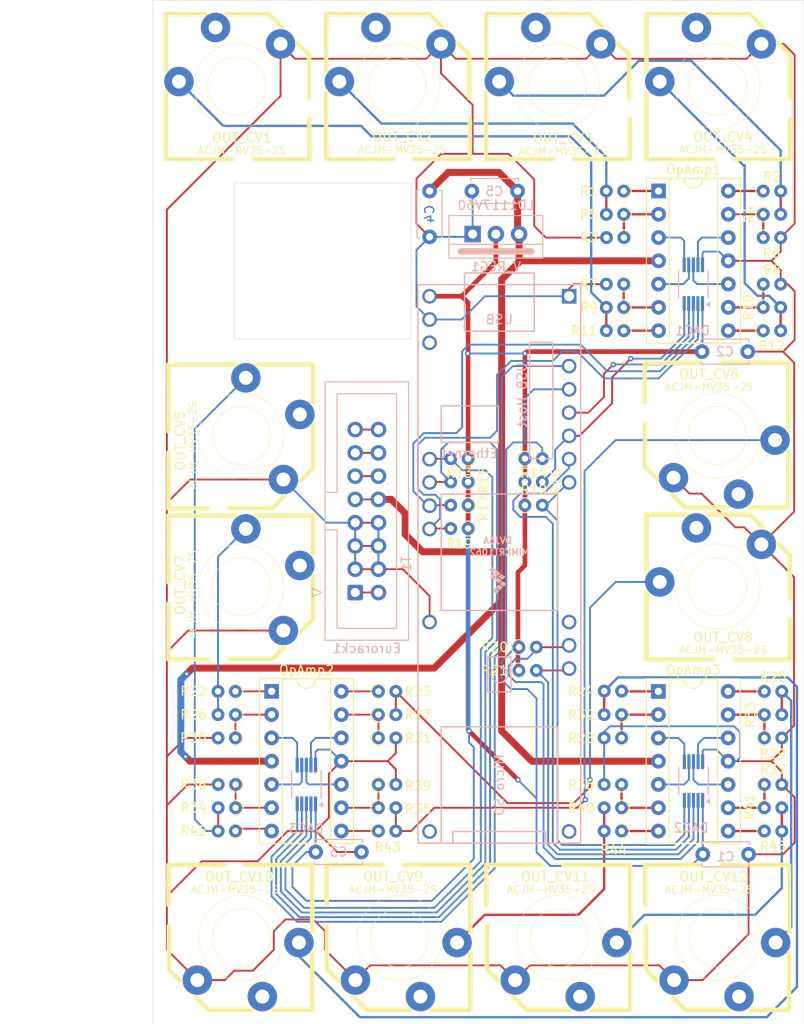
<source format=kicad_pcb>
(kicad_pcb (version 20240108) (generator "pcbnew") (generator_version "8.0")
  (layers (0 "F.Cu" signal) (31 "B.Cu" signal) (34 "B.Paste" user) (35 "F.Paste" user) (36 "B.SilkS" user "B.Silkscreen") (37 "F.SilkS" user "F.Silkscreen") (38 "B.Mask" user) (39 "F.Mask" user) (44 "Edge.Cuts" user))
  (net 0 "")
  (net 1 "+12V")
  (net 2 "GND")
  (net 3 "VCC")
  (net 4 "/BOODOO_BOARD/RDY_~{BSY}")
  (net 5 "/BOODOO_BOARD/DAC1")
  (net 6 "/BOODOO_BOARD/~{LDAC}")
  (net 7 "/BOODOO_BOARD/DAC4")
  (net 8 "/BOODOO_BOARD/DAC3")
  (net 9 "/BOODOO_BOARD/DAC2")
  (net 10 "/BOODOO_BOARD/SCL")
  (net 11 "/BOODOO_BOARD/SDA")
  (net 12 "/BOODOO_BOARD1/DAC4")
  (net 13 "/BOODOO_BOARD1/DAC2")
  (net 14 "/BOODOO_BOARD1/RDY_~{BSY}")
  (net 15 "/BOODOO_BOARD1/DAC3")
  (net 16 "/BOODOO_BOARD1/SCL")
  (net 17 "/BOODOO_BOARD1/~{LDAC}")
  (net 18 "/BOODOO_BOARD1/SDA")
  (net 19 "/BOODOO_BOARD1/DAC1")
  (net 20 "Net-(Eurorack1-Pin_13)")
  (net 21 "RED_STRIP")
  (net 22 "Net-(Eurorack1-Pin_11)")
  (net 23 "Net-(Eurorack1-Pin_15)")
  (net 24 "Net-(OpAmp1D--)")
  (net 25 "Net-(OpAmp1C--)")
  (net 26 "Net-(OpAmp1A--)")
  (net 27 "Net-(OpAmp1B--)")
  (net 28 "Net-(OpAmp1-Pad7)")
  (net 29 "Net-(OpAmp1-Pad14)")
  (net 30 "Net-(OpAmp1-Pad1)")
  (net 31 "Net-(OpAmp1-Pad8)")
  (net 32 "/BOODOO_BOARD2/DAC1")
  (net 33 "/BOODOO_BOARD2/SDA")
  (net 34 "/BOODOO_BOARD2/DAC3")
  (net 35 "/BOODOO_BOARD2/DAC4")
  (net 36 "/BOODOO_BOARD2/SCL")
  (net 37 "/BOODOO_BOARD2/RDY_~{BSY}")
  (net 38 "/BOODOO_BOARD2/DAC2")
  (net 39 "/BOODOO_BOARD2/~{LDAC}")
  (net 40 "Net-(OpAmp3D--)")
  (net 41 "Net-(OpAmp3-Pad1)")
  (net 43 "Net-(OpAmp3B--)")
  (net 47 "Net-(OpAmp3A--)")
  (net 48 "Net-(OpAmp3-Pad7)")
  (net 49 "Net-(OpAmp3-Pad14)")
  (net 50 "Net-(OpAmp3C--)")
  (net 51 "Net-(OpAmp3-Pad8)")
  (net 53 "/BOODOO_BOARD/CV_2")
  (net 54 "/BOODOO_BOARD/CV_3")
  (net 57 "Net-(OpAmp2A--)")
  (net 58 "Net-(OpAmp2-Pad8)")
  (net 59 "Net-(OpAmp2C--)")
  (net 60 "Net-(OpAmp2D--)")
  (net 61 "Net-(OpAmp2-Pad1)")
  (net 62 "Net-(OpAmp2-Pad14)")
  (net 63 "Net-(OpAmp2-Pad7)")
  (net 64 "Net-(OpAmp2B--)")
  (net 65 "/BOODOO_BOARD/CV_4")
  (net 67 "/BOODOO_BOARD1/CV_1")
  (net 69 "/BOODOO_BOARD1/CV_2")
  (net 70 "/BOODOO_BOARD1/CV_3")
  (net 72 "/BOODOO_BOARD1/CV_4")
  (net 74 "/BOODOO_BOARD2/CV_1")
  (net 77 "/BOODOO_BOARD2/CV_2")
  (net 78 "/BOODOO_BOARD2/CV_3")
  (net 81 "/BOODOO_BOARD2/CV_4")
  (net 83 "/BOODOO_BOARD/CV_1")
  (footprint "Resistor_THT:R_Axial_DIN0204_L3.6mm_D1.6mm_P1.90mm_Vertical" (layer "F.Cu") (at 66.68 36.068)
    (property "Reference" "R12")
    (property "Value" "1k")
  )
  (footprint "Resistor_THT:R_Axial_DIN0204_L3.6mm_D1.6mm_P1.90mm_Vertical" (layer "F.Cu") (at 24.638 90.678)
    (property "Reference" "R43")
    (property "Value" "1k")
  )
  (footprint "Resistor_THT:R_Axial_DIN0204_L3.6mm_D1.6mm_P1.90mm_Vertical" (layer "F.Cu") (at 66.68 25.908)
    (property "Reference" "R6")
    (property "Value" "47k")
  )
  (footprint "Package_DIP:DIP-14_W7.62mm_Socket" (layer "F.Cu") (at 55.24 20.823)
    (property "Reference" "OpAmp1")
    (property "Value" "TL074")
  )
  (footprint "PCM_4ms_Jack:ACJM-MV35-2S_Mono_Vert_Switch" (layer "F.Cu") (at 61.672 9.374 180)
    (property "Reference" "OUT_CV4")
    (property "Value" "ACJM-MV35-2S")
  )
  (footprint "Resistor_THT:R_Axial_DIN0204_L3.6mm_D1.6mm_P1.90mm_Vertical" (layer "F.Cu") (at 51.451 25.908 180)
    (property "Reference" "R3")
    (property "Value" "47k")
  )
  (footprint "Resistor_THT:R_Axial_DIN0204_L3.6mm_D1.6mm_P1.90mm_Vertical" (layer "F.Cu") (at 40.64 50.038)
    (property "Reference" "R14")
    (property "Value" "100k")
  )
  (footprint "Resistor_THT:R_Axial_DIN0204_L3.6mm_D1.6mm_P1.90mm_Vertical" (layer "F.Cu") (at 51.43 20.828 180)
    (property "Reference" "R1")
    (property "Value" "1k")
  )
  (footprint "Resistor_THT:R_Axial_DIN0204_L3.6mm_D1.6mm_P1.90mm_Vertical" (layer "F.Cu") (at 9.012 77.978 180)
    (property "Reference" "R26")
    (property "Value" "47k")
  )
  (footprint "Resistor_THT:R_Axial_DIN0204_L3.6mm_D1.6mm_P1.90mm_Vertical" (layer "F.Cu") (at 9.033 85.598 180)
    (property "Reference" "R38")
    (property "Value" "47k")
  )
  (footprint "Resistor_THT:R_Axial_DIN0204_L3.6mm_D1.6mm_P1.90mm_Vertical" (layer "F.Cu") (at 40.64 52.578)
    (property "Reference" "R16")
    (property "Value" "100k")
  )
  (footprint "Resistor_THT:R_Axial_DIN0204_L3.6mm_D1.6mm_P1.90mm_Vertical" (layer "F.Cu") (at 51.197 77.978 180)
    (property "Reference" "R32")
    (property "Value" "47k")
  )
  (footprint "Package_DIP:DIP-14_W7.62mm_Socket" (layer "F.Cu") (at 55.219 75.438)
    (property "Reference" "OpAmp3")
    (property "Value" "TL074")
  )
  (footprint "PCM_4ms_Jack:ACJM-MV35-2S_Mono_Vert_Switch" (layer "F.Cu") (at 9.652 63.994 90)
    (property "Reference" "OUT_CV7")
    (property "Value" "ACJM-MV35-2S")
  )
  (footprint "Resistor_THT:R_Axial_DIN0204_L3.6mm_D1.6mm_P1.90mm_Vertical" (layer "F.Cu") (at 40.64 55.118)
    (property "Reference" "R18")
    (property "Value" "100k")
  )
  (footprint "PCM_4ms_Jack:ACJM-MV35-2S_Mono_Vert_Switch" (layer "F.Cu") (at 61.672 47.512)
    (property "Reference" "OUT_CV6")
    (property "Value" "ACJM-MV35-2S")
  )
  (footprint "PCM_4ms_Jack:ACJM-MV35-2S_Mono_Vert_Switch" (layer "F.Cu") (at 44.136 9.374 180)
    (property "Reference" "OUT_CV3")
    (property "Value" "ACJM-MV35-2S")
  )
  (footprint "Resistor_THT:R_Axial_DIN0204_L3.6mm_D1.6mm_P1.90mm_Vertical" (layer "F.Cu") (at 34.433 52.578 180)
    (property "Reference" "R15")
    (property "Value" "10k")
  )
  (footprint "Resistor_THT:R_Axial_DIN0204_L3.6mm_D1.6mm_P1.90mm_Vertical" (layer "F.Cu") (at 51.43 23.368 180)
    (property "Reference" "R5")
    (property "Value" "47k")
  )
  (footprint "Resistor_THT:R_Axial_DIN0204_L3.6mm_D1.6mm_P1.90mm_Vertical" (layer "F.Cu") (at 9.033 88.138 180)
    (property "Reference" "R34")
    (property "Value" "47k")
  )
  (footprint "PCM_4ms_Jack:ACJM-MV35-2S_Mono_Vert_Switch" (layer "F.Cu") (at 61.672 63.994 180)
    (property "Reference" "OUT_CV8")
    (property "Value" "ACJM-MV35-2S")
  )
  (footprint "PCM_4ms_Jack:ACJM-MV35-2S_Mono_Vert_Switch" (layer "F.Cu") (at 9.652 102.348)
    (property "Reference" "OUT_CV10")
    (property "Value" "ACJM-MV35-2S")
  )
  (footprint "Resistor_THT:R_Axial_DIN0204_L3.6mm_D1.6mm_P1.90mm_Vertical" (layer "F.Cu") (at 24.638 80.518)
    (property "Reference" "R31")
    (property "Value" "47k")
  )
  (footprint "Resistor_THT:R_Axial_DIN0204_L3.6mm_D1.6mm_P1.90mm_Vertical" (layer "F.Cu") (at 34.433 55.118 180)
    (property "Reference" "R17")
    (property "Value" "10k")
  )
  (footprint "Resistor_THT:R_Axial_DIN0204_L3.6mm_D1.6mm_P1.90mm_Vertical" (layer "F.Cu") (at 51.197 85.598 180)
    (property "Reference" "R36")
    (property "Value" "47k")
  )
  (footprint "Resistor_THT:R_Axial_DIN0204_L3.6mm_D1.6mm_P1.90mm_Vertical" (layer "F.Cu") (at 51.197 80.518 180)
    (property "Reference" "R28")
    (property "Value" "47k")
  )
  (footprint "Resistor_THT:R_Axial_DIN0204_L3.6mm_D1.6mm_P1.90mm_Vertical" (layer "F.Cu") (at 66.68 20.828)
    (property "Reference" "R2")
    (property "Value" "1k")
  )
  (footprint "Resistor_THT:R_Axial_DIN0204_L3.6mm_D1.6mm_P1.90mm_Vertical" (layer "F.Cu") (at 66.68 23.368)
    (property "Reference" "R4")
    (property "Value" "47k")
  )
  (footprint "PCM_4ms_Jack:ACJM-MV35-2S_Mono_Vert_Switch" (layer "F.Cu") (at 26.924 102.348)
    (property "Reference" "OUT_CV9")
    (property "Value" "ACJM-MV35-2S")
  )
  (footprint "Resistor_THT:R_Axial_DIN0204_L3.6mm_D1.6mm_P1.90mm_Vertical" (layer "F.Cu") (at 51.43 36.068 180)
    (property "Reference" "R11")
    (property "Value" "1k")
  )
  (footprint "Resistor_THT:R_Axial_DIN0204_L3.6mm_D1.6mm_P1.90mm_Vertical" (layer "F.Cu") (at 66.802 90.678)
    (property "Reference" "R45")
    (property "Value" "1k")
  )
  (footprint "Resistor_THT:R_Axial_DIN0204_L3.6mm_D1.6mm_P1.90mm_Vertical" (layer "F.Cu") (at 66.802 85.598)
    (property "Reference" "R37")
    (property "Value" "47k")
  )
  (footprint "Resistor_THT:R_Axial_DIN0204_L3.6mm_D1.6mm_P1.90mm_Vertical" (layer "F.Cu") (at 66.68 33.528)
    (property "Reference" "R10")
    (property "Value" "47k")
  )
  (footprint "Resistor_THT:R_Axial_DIN0204_L3.6mm_D1.6mm_P1.90mm_Vertical" (layer "F.Cu") (at 66.68 30.988)
    (property "Reference" "R8")
    (property "Value" "47k")
  )
  (footprint "Resistor_THT:R_Axial_DIN0204_L3.6mm_D1.6mm_P1.90mm_Vertical" (layer "F.Cu") (at 51.197 90.678 180)
    (property "Reference" "R44")
    (property "Value" "1k")
  )
  (footprint "Resistor_THT:R_Axial_DIN0204_L3.6mm_D1.6mm_P1.90mm_Vertical" (layer "F.Cu") (at 24.638 77.978)
    (property "Reference" "R27")
    (property "Value" "47k")
  )
  (footprint "PCM_4ms_Jack:ACJM-MV35-2S_Mono_Vert_Switch" (layer "F.Cu") (at 61.732 102.348)
    (property "Reference" "OUT_CV12")
    (property "Value" "ACJM-MV35-2S")
  )
  (footprint "PCM_4ms_Jack:ACJM-MV35-2S_Mono_Vert_Switch" (layer "F.Cu") (at 44.376 102.348)
    (property "Reference" "OUT_CV11")
    (property "Value" "ACJM-MV35-2S")
  )
  (footprint "Resistor_THT:R_Axial_DIN0204_L3.6mm_D1.6mm_P1.90mm_Vertical" (layer "F.Cu") (at 9.012 75.438 180)
    (property "Reference" "R22")
    (property "Value" "1k")
  )
  (footprint "PCM_4ms_Jack:ACJM-MV35-2S_Mono_Vert_Switch" (layer "F.Cu") (at 9.652 47.512 90)
    (property "Reference" "OUT_CV5")
    (property "Value" "ACJM-MV35-2S")
  )
  (footprint "Resistor_THT:R_Axial_DIN0204_L3.6mm_D1.6mm_P1.90mm_Vertical" (layer "F.Cu") (at 24.638 75.438)
    (property "Reference" "R23")
    (property "Value" "1k")
  )
  (footprint "Resistor_THT:R_Axial_DIN0204_L3.6mm_D1.6mm_P1.90mm_Vertical" (layer "F.Cu") (at 39.9862 73.152)
    (property "Reference" "R21")
    (property "Value" "10k")
  )
  (footprint "Resistor_THT:R_Axial_DIN0204_L3.6mm_D1.6mm_P1.90mm_Vertical" (layer "F.Cu") (at 51.43 33.528 180)
    (property "Reference" "R9")
    (property "Value" "47k")
  )
  (footprint "PCM_4ms_Jack:ACJM-MV35-2S_Mono_Vert_Switch" (layer "F.Cu") (at 9.144 9.374 180)
    (property "Reference" "OUT_CV1")
    (property "Value" "ACJM-MV35-2S")
  )
  (footprint "Resistor_THT:R_Axial_DIN0204_L3.6mm_D1.6mm_P1.90mm_Vertical" (layer "F.Cu") (at 66.802 75.438)
    (property "Reference" "R25")
    (property "Value" "1k")
  )
  (footprint "Resistor_THT:R_Axial_DIN0204_L3.6mm_D1.6mm_P1.90mm_Vertical" (layer "F.Cu") (at 51.2064 75.402 180)
    (property "Reference" "R24")
    (property "Value" "1k")
  )
  (footprint "Package_DIP:DIP-14_W7.62mm_Socket" (layer "F.Cu") (at 12.964 75.433)
    (property "Reference" "OpAmp2")
    (property "Value" "TL074")
  )
  (footprint "Resistor_THT:R_Axial_DIN0204_L3.6mm_D1.6mm_P1.90mm_Vertical" (layer "F.Cu") (at 34.433 57.658 180)
    (property "Reference" "R19")
    (property "Value" "10k")
  )
  (footprint "Resistor_THT:R_Axial_DIN0204_L3.6mm_D1.6mm_P1.90mm_Vertical" (layer "F.Cu") (at 51.43 30.988 180)
    (property "Reference" "R7")
    (property "Value" "47k")
  )
  (footprint "Resistor_THT:R_Axial_DIN0204_L3.6mm_D1.6mm_P1.90mm_Vertical" (layer "F.Cu") (at 66.802 77.978)
    (property "Reference" "R33")
    (property "Value" "47k")
  )
  (footprint "Resistor_THT:R_Axial_DIN0204_L3.6mm_D1.6mm_P1.90mm_Vertical" (layer "F.Cu") (at 51.197 88.138 180)
    (property "Reference" "R40")
    (property "Value" "47k")
  )
  (footprint "Resistor_THT:R_Axial_DIN0204_L3.6mm_D1.6mm_P1.90mm_Vertical" (layer "F.Cu") (at 9.012 80.518 180)
    (property "Reference" "R30")
    (property "Value" "47k")
  )
  (footprint "Resistor_THT:R_Axial_DIN0204_L3.6mm_D1.6mm_P1.90mm_Vertical" (layer "F.Cu") (at 9.017 90.678 180)
    (property "Reference" "R42")
    (property "Value" "1k")
  )
  (footprint "PCM_4ms_Jack:ACJM-MV35-2S_Mono_Vert_Switch" (layer "F.Cu") (at 26.67 9.374 180)
    (property "Reference" "OUT_CV2")
    (property "Value" "ACJM-MV35-2S")
  )
  (footprint "Resistor_THT:R_Axial_DIN0204_L3.6mm_D1.6mm_P1.90mm_Vertical" (layer "F.Cu") (at 24.638 88.138)
    (property "Reference" "R35")
    (property "Value" "47k")
  )
  (footprint "Resistor_THT:R_Axial_DIN0204_L3.6mm_D1.6mm_P1.90mm_Vertical" (layer "F.Cu") (at 39.9862 70.612)
    (property "Reference" "R20")
    (property "Value" "10k")
  )
  (footprint "Resistor_THT:R_Axial_DIN0204_L3.6mm_D1.6mm_P1.90mm_Vertical" (layer "F.Cu") (at 66.802 88.138)
    (property "Reference" "R41")
    (property "Value" "47k")
  )
  (footprint "Resistor_THT:R_Axial_DIN0204_L3.6mm_D1.6mm_P1.90mm_Vertical" (layer "F.Cu") (at 24.638 85.598)
    (property "Reference" "R39")
    (property "Value" "47k")
  )
  (footprint "Resistor_THT:R_Axial_DIN0204_L3.6mm_D1.6mm_P1.90mm_Vertical" (layer "F.Cu") (at 66.802 80.518)
    (property "Reference" "R29")
    (property "Value" "47k")
  )
  (footprint "Resistor_THT:R_Axial_DIN0204_L3.6mm_D1.6mm_P1.90mm_Vertical" (layer "F.Cu") (at 34.433 50.038 180)
    (property "Reference" "R13")
    (property "Value" "10k")
  )
  (footprint "Package_SO:MSOP-10_3x3mm_P0.5mm" (layer "B.Cu") (at 59.055 85.217 90)
    (property "Reference" "DAC2")
    (property "Value" "MCP4728")
  )
  (footprint "Connector_IDC:IDC-Header_2x08_P2.54mm_Vertical" (layer "B.Cu") (at 22.098 64.643)
    (property "Reference" "Eurorack1")
    (property "Value" "~")
  )
  (footprint "Capacitor_THT:C_Disc_D5.0mm_W2.5mm_P5.00mm" (layer "B.Cu") (at 30.226 20.828 -90)
    (property "Reference" "C4")
    (property "Value" "1uf")
  )
  (footprint "Package_SO:MSOP-10_3x3mm_P0.5mm" (layer "B.Cu") (at 16.764 85.598 90)
    (property "Reference" "DAC3")
    (property "Value" "MCP4728")
  )
  (footprint "PCM_4ms_Package_TO:TO-220-3_Vertical" (layer "B.Cu") (at 37.465 25.527)
    (property "Reference" "V_REG1")
    (property "Value" "LD1117V50")
  )
  (footprint "Capacitor_THT:C_Disc_D5.0mm_W2.5mm_P5.00mm" (layer "B.Cu") (at 60.071 93.218)
    (property "Reference" "C1")
    (property "Value" "0.1uf")
  )
  (footprint "Capacitor_THT:C_Disc_D5.0mm_W2.5mm_P5.00mm" (layer "B.Cu") (at 39.838 20.828 180)
    (property "Reference" "C5")
    (property "Value" "0.1uf")
  )
  (footprint "Capacitor_THT:C_Disc_D5.0mm_W2.5mm_P5.00mm" (layer "B.Cu") (at 59.984 38.354)
    (property "Reference" "C2")
    (property "Value" "0.1uf")
  )
  (footprint "Capacitor_THT:C_Disc_D5.0mm_W2.5mm_P5.00mm" (layer "B.Cu") (at 17.78 92.964)
    (property "Reference" "C3")
    (property "Value" "0.1uf")
  )
  (footprint "Package_SO:MSOP-10_3x3mm_P0.5mm" (layer "B.Cu") (at 59.04 30.988 90)
    (property "Reference" "DAC1")
    (property "Value" "MCP4728")
  )
  (footprint "teensy.pretty-master:Teensy41" (layer "B.Cu") (at 37.846 61.5188 -90)
    (property "Reference" "T1")
    (property "Value" "Teensy4.1")
  )
  (gr_rect (start 0 0) (end 71.12 111.76) (stroke (width 0.05)) (fill none) (layer "Edge.Cuts"))
  (gr_rect (start 8.89 19.939) (end 28.194 36.957) (stroke (width 0.05)) (fill none) (layer "Edge.Cuts"))
  (segment (start 3.556 82.55) (end 4.059 83.053) (width 0.762) (layer "F.Cu") (net 1))
  (segment (start 27.559 58.293) (end 27.559 56.007) (width 0.762) (layer "F.Cu") (net 1))
  (segment (start 39.838 20.828) (end 37.806 18.796) (width 0.762) (layer "F.Cu") (net 1))
  (segment (start 26.035 54.483) (end 24.638 54.483) (width 0.762) (layer "F.Cu") (net 1))
  (segment (start 29.464 60.198) (end 27.559 58.293) (width 0.762) (layer "F.Cu") (net 1))
  (segment (start 38.1 30.48) (end 40.137 28.443) (width 0.762) (layer "F.Cu") (net 1))
  (segment (start 40.137 28.443) (end 40.005 28.311) (width 0.762) (layer "F.Cu") (net 1))
  (segment (start 32.258 18.796) (end 30.226 20.828) (width 0.762) (layer "F.Cu") (net 1))
  (segment (start 4.059 83.053) (end 12.964 83.053) (width 0.762) (layer "F.Cu") (net 1))
  (segment (start 37.806 18.796) (end 32.258 18.796) (width 0.762) (layer "F.Cu") (net 1))
  (segment (start 38.1 71.628) (end 38.1 79.756) (width 0.762) (layer "F.Cu") (net 1))
  (segment (start 27.559 56.007) (end 26.035 54.483) (width 0.762) (layer "F.Cu") (net 1))
  (segment (start 40.137 28.443) (end 55.24 28.443) (width 0.762) (layer "F.Cu") (net 1))
  (segment (start 38.1 60.198) (end 29.464 60.198) (width 0.762) (layer "F.Cu") (net 1))
  (segment (start 30.734 72.898) (end 38.1 65.532) (width 0.762) (layer "F.Cu") (net 1))
  (segment (start 38.1 71.628) (end 38.1 67.818) (width 0.762) (layer "F.Cu") (net 1))
  (segment (start 38.1 67.818) (end 38.1 30.48) (width 0.762) (layer "F.Cu") (net 1))
  (segment (start 39.838 25.36) (end 40.005 25.527) (width 0.762) (layer "F.Cu") (net 1))
  (segment (start 41.402 83.058) (end 55.219 83.058) (width 0.762) (layer "F.Cu") (net 1))
  (segment (start 40.005 28.311) (end 40.005 25.527) (width 0.762) (layer "F.Cu") (net 1))
  (segment (start 24.638 54.483) (end 22.098 54.483) (width 0.2) (layer "F.Cu") (net 1))
  (segment (start 39.838 20.828) (end 39.838 25.36) (width 0.762) (layer "F.Cu") (net 1))
  (segment (start 3.683 73.533) (end 4.318 72.898) (width 0.762) (layer "F.Cu") (net 1))
  (segment (start 38.1 65.532) (end 38.1 60.198) (width 0.762) (layer "F.Cu") (net 1))
  (segment (start 38.1 79.756) (end 41.402 83.058) (width 0.762) (layer "F.Cu") (net 1))
  (segment (start 4.318 72.898) (end 30.734 72.898) (width 0.762) (layer "F.Cu") (net 1))
  (via (at 3.683 73.533) (size 0.6) (drill 0.3) (layers "F.Cu" "B.Cu") (net 1))
  (via (at 3.556 82.55) (size 0.6) (drill 0.3) (layers "F.Cu" "B.Cu") (net 1))
  (segment (start 3.683 73.533) (end 3.048 74.168) (width 0.762) (layer "B.Cu") (net 1))
  (segment (start 39.838 25.36) (end 40.005 25.527) (width 0.2) (layer "B.Cu") (net 1))
  (segment (start 12.959 83.058) (end 12.964 83.053) (width 0.2) (layer "B.Cu") (net 1))
  (segment (start 3.048 82.042) (end 3.556 82.55) (width 0.762) (layer "B.Cu") (net 1))
  (segment (start 3.048 74.168) (end 3.048 82.042) (width 0.762) (layer "B.Cu") (net 1))
  (segment (start 29.862 6.382) (end 31.47 4.774) (width 0.2) (layer "F.Cu") (net 2))
  (segment (start 68.58 25.908) (end 68.58 27.432) (width 0.2) (layer "F.Cu") (net 2))
  (segment (start 65.071 93.218) (end 68.834 93.218) (width 0.2) (layer "F.Cu") (net 2))
  (segment (start 24.638 62.103) (end 22.098 62.103) (width 0.2) (layer "F.Cu") (net 2))
  (segment (start 24.638 62.103) (end 24.638 57.023) (width 0.2) (layer "F.Cu") (net 2))
  (segment (start 68.834 38.354) (end 70.104 37.084) (width 0.2) (layer "F.Cu") (net 2))
  (segment (start 50.544 6.382) (end 64.864 6.382) (width 0.2) (layer "F.Cu") (net 2))
  (segment (start 18.796 103.62) (end 18.796 101.6) (width 0.2) (layer "F.Cu") (net 2))
  (segment (start 30.226 25.828) (end 28.794 24.396) (width 0.2) (layer "F.Cu") (net 2))
  (segment (start 68.834 38.354) (end 70.0532 39.5732) (width 0.2) (layer "F.Cu") (net 2))
  (segment (start 24.638 57.023) (end 22.098 57.023) (width 0.2) (layer "F.Cu") (net 2))
  (segment (start 66.472 59.394) (end 70.038 62.96) (width 0.2) (layer "F.Cu") (net 2))
  (segment (start 25.659 83.053) (end 25.659 83.063) (width 0.2) (layer "F.Cu") (net 2))
  (segment (start 67.564 83.058) (end 62.839 83.058) (width 0.2) (layer "F.Cu") (net 2))
  (segment (start 13.208 103.632) (end 10.922 105.918) (width 0.2) (layer "F.Cu") (net 2))
  (segment (start 3.556 80.518) (end 1.524 82.55) (width 0.2) (layer "F.Cu") (net 2))
  (segment (start 68.702 80.518) (end 68.702 81.92) (width 0.2) (layer "F.Cu") (net 2))
  (segment (start 19.224 84.413) (end 19.224 89.154) (width 0.2) (layer "F.Cu") (net 2))
  (segment (start 37.968 105.34) (end 23.732 105.34) (width 0.2) (layer "F.Cu") (net 2))
  (segment (start 31.47 7.975) (end 31.47 4.774) (width 0.2) (layer "F.Cu") (net 2))
  (segment (start 22.124 106.948) (end 18.796 103.62) (width 0.2) (layer "F.Cu") (net 2))
  (segment (start 68.702 85.598) (end 68.702 84.196) (width 0.2) (layer "F.Cu") (net 2))
  (segment (start 34.925 16.764) (end 34.925 11.43) (width 0.2) (layer "F.Cu") (net 2))
  (segment (start 1.524 71.12) (end 1.524 54.864) (width 0.2) (layer "F.Cu") (net 2))
  (segment (start 33.078 6.382) (end 47.328 6.382) (width 0.2) (layer "F.Cu") (net 2))
  (segment (start 67.564 28.448) (end 67.559 28.443) (width 0.2) (layer "F.Cu") (net 2))
  (segment (start 66.472 4.774) (end 68.909 4.774) (width 0.2) (layer "F.Cu") (net 2))
  (segment (start 25.659 83.063) (end 26.538 83.942) (width 0.2) (layer "F.Cu") (net 2))
  (segment (start 1.524 97.79) (end 1.524 97.536) (width 0.2) (layer "F.Cu") (net 2))
  (segment (start 68.58 27.432) (end 67.564 28.448) (width 0.2) (layer "F.Cu") (net 2))
  (segment (start 56.932 106.948) (end 55.324 105.34) (width 0.2) (layer "F.Cu") (net 2))
  (segment (start 14.478 100.33) (end 13.208 101.6) (width 0.2) (layer "F.Cu") (net 2))
  (segment (start 22.098 62.103) (end 22.098 57.023) (width 0.2) (layer "F.Cu") (net 2))
  (segment (start 64.984 38.354) (end 68.834 38.354) (width 0.2) (layer "F.Cu") (net 2))
  (segment (start 13.97 10.414) (end 13.944 10.388) (width 0.2) (layer "F.Cu") (net 2))
  (segment (start 67.564 28.448) (end 68.58 29.464) (width 0.2) (layer "F.Cu") (net 2))
  (segment (start 39.576 106.948) (end 37.968 105.34) (width 0.2) (layer "F.Cu") (net 2))
  (segment (start 4.852 106.948) (end 1.524 103.62) (width 0.2) (layer "F.Cu") (net 2))
  (segment (start 45.974 30.988) (end 49.53 30.988) (width 0.2) (layer "F.Cu") (net 2))
  (segment (start 5.24 106.948) (end 4.852 106.948) (width 0.2) (layer "F.Cu") (net 2))
  (segment (start 7.112 80.518) (end 3.556 80.518) (width 0.2) (layer "F.Cu") (net 2))
  (segment (start 47.328 6.382) (end 48.936 4.774) (width 0.2) (layer "F.Cu") (net 2))
  (segment (start 20.584 83.053) (end 25.659 83.053) (width 0.2) (layer "F.Cu") (net 2))
  (segment (start 20.113 92.964) (end 22.78 92.964) (width 0.2) (layer "F.Cu") (net 2))
  (segment (start 13.944 10.388) (end 13.944 4.925) (width 0.2) (layer "F.Cu") (net 2))
  (segment (start 68.834 93.218) (end 70.104 91.948) (width 0.2) (layer "F.Cu") (net 2))
  (segment (start 45.466 31.496) (end 45.974 30.988) (width 0.2) (layer "F.Cu") (net 2))
  (segment (start 56.932 106.948) (end 60.057 106.948) (width 0.2) (layer "F.Cu") (net 2))
  (segment (start 20.584 83.053) (end 19.224 84.413) (width 0.2) (layer "F.Cu") (net 2))
  (segment (start 1.524 22.86) (end 13.97 10.414) (width 0.2) (layer "F.Cu") (net 2))
  (segment (start 70.104 24.384) (end 70.104 5.969) (width 0.2) (layer "F.Cu") (net 2))
  (segment (start 14.732 90.678) (end 11.43 93.98) (width 0.2) (layer "F.Cu") (net 2))
  (segment (start 64.609 57.531) (end 63.627 57.531) (width 0.2) (layer "F.Cu") (net 2))
  (segment (start 34.925 16.764) (end 38.862 16.764) (width 0.2) (layer "F.Cu") (net 2))
  (segment (start 1.524 88.138) (end 1.524 82.296) (width 0.2) (layer "F.Cu") (net 2))
  (segment (start 69.342 30.988) (end 68.58 30.988) (width 0.2) (layer "F.Cu") (net 2))
  (segment (start 31.496 16.764) (end 34.925 16.764) (width 0.2) (layer "F.Cu") (net 2))
  (segment (start 65.071 101.934) (end 65.071 93.218) (width 0.2) (layer "F.Cu") (net 2))
  (segment (start 68.58 29.464) (end 68.58 30.988) (width 0.2) (layer "F.Cu") (net 2))
  (segment (start 66.472 59.394) (end 64.609 57.531) (width 0.2) (layer "F.Cu") (net 2))
  (segment (start 30.226 65.024) (end 27.305 62.103) (width 0.2) (layer "F.Cu") (net 2))
  (segment (start 13.944 4.774) (end 13.944 4.8) (width 0.2) (layer "F.Cu") (net 2))
  (segment (start 59.944 53.848) (end 58.608 53.848) (width 0.2) (layer "F.Cu") (net 2))
  (segment (start 17.78 90.678) (end 17.827 90.678) (width 0.2) (layer "F.Cu") (net 2))
  (segment (start 38.862 16.764) (end 41.656 19.558) (width 0.2) (layer "F.Cu") (net 2))
  (segment (start 17.78 90.678) (end 19.224 89.234) (width 0.2) (layer "F.Cu") (net 2))
  (segment (start 3.81 85.598) (end 1.524 87.884) (width 0.2) (layer "F.Cu") (net 2))
  (segment (start 18.796 101.6) (end 17.526 100.33) (width 0.2) (layer "F.Cu") (net 2))
  (segment (start 23.732 105.34) (end 22.124 106.948) (width 0.2) (layer "F.Cu") (net 2))
  (segment (start 70.038 62.96) (end 70.038 79.182) (width 0.2) (layer "F.Cu") (net 2))
  (segment (start 41.656 24.638) (end 42.926 25.908) (width 0.2) (layer "F.Cu") (net 2))
  (segment (start 1.524 103.62) (end 1.524 97.79) (width 0.2) (layer "F.Cu") (net 2))
  (segment (start 26.538 82.174) (end 26.538 80.264) (width 0.2) (layer "F.Cu") (net 2))
  (segment (start 15.526 6.382) (end 29.862 6.382) (width 0.2) (layer "F.Cu") (net 2))
  (segment (start 26.538 83.942) (end 26.538 85.852) (width 0.2) (layer "F.Cu") (net 2))
  (segment (start 68.909 4.774) (end 70.104 5.969) (width 0.2) (layer "F.Cu") (net 2))
  (segment (start 29.21 19.05) (end 31.496 16.764) (width 0.2) (layer "F.Cu") (net 2))
  (segment (start 42.926 25.908) (end 49.551 25.908) (width 0.2) (layer "F.Cu") (net 2))
  (segment (start 64.864 6.382) (end 66.472 4.774) (width 0.2) (layer "F.Cu") (net 2))
  (segment (start 41.656 19.558) (end 41.656 24.638) (width 0.2) (layer "F.Cu") (net 2))
  (segment (start 48.936 4.774) (end 50.544 6.382) (width 0.2) (layer "F.Cu") (net 2))
  (segment (start 70.104 37.084) (end 70.104 31.75) (width 0.2) (layer "F.Cu") (net 2))
  (segment (start 63.627 57.531) (end 59.944 53.848) (width 0.2) (layer "F.Cu") (net 2))
  (segment (start 19.224 89.234) (end 19.224 89.154) (width 0.2) (layer "F.Cu") (net 2))
  (segment (start 1.524 82.296) (end 1.524 71.12) (width 0.2) (layer "F.Cu") (net 2))
  (segment (start 13.208 101.6) (end 13.208 103.632) (width 0.2) (layer "F.Cu") (net 2))
  (segment (start 14.252 68.794) (end 3.85 68.794) (width 0.2) (layer "F.Cu") (net 2))
  (segment (start 17.78 90.678) (end 14.732 90.678) (width 0.2) (layer "F.Cu") (net 2))
  (segment (start 10.922 105.918) (end 8.89 105.918) (width 0.2) (layer "F.Cu") (net 2))
  (segment (start 41.184 105.34) (end 39.576 106.948) (width 0.2) (layer "F.Cu") (net 2))
  (segment (start 17.526 100.33) (end 14.478 100.33) (width 0.2) (layer "F.Cu") (net 2))
  (segment (start 30.226 67.8688) (end 30.226 65.024) (width 0.2) (layer "F.Cu") (net 2))
  (segment (start 28.794 24.396) (end 28.794 19.466) (width 0.2) (layer "F.Cu") (net 2))
  (segment (start 17.827 90.678) (end 20.113 92.964) (width 0.2) (layer "F.Cu") (net 2))
  (segment (start 1.524 54.864) (end 4.076 52.312) (width 0.2) (layer "F.Cu") (net 2))
  (segment (start 68.702 81.92) (end 67.564 83.058) (width 0.2) (layer "F.Cu") (net 2))
  (segment (start 4.076 52.312) (end 14.252 52.312) (width 0.2) (layer "F.Cu") (net 2))
  (segment (start 67.559 28.443) (end 62.86 28.443) (width 0.2) (layer "F.Cu") (net 2))
  (segment (start 7.133 85.598) (end 3.81 85.598) (width 0.2) (layer "F.Cu") (net 2))
  (segment (start 1.524 54.864) (end 1.524 22.86) (width 0.2) (layer "F.Cu") (net 2))
  (segment (start 11.43 93.98) (end 5.334 93.98) (width 0.2) (layer "F.Cu") (net 2))
  (segment (start 70.0532 39.5732) (end 70.0532 55.8128) (width 0.2) (layer "F.Cu") (net 2))
  (segment (start 55.324 105.34) (end 41.184 105.34) (width 0.2) (layer "F.Cu") (net 2))
  (segment (start 68.702 84.196) (end 67.564 83.058) (width 0.2) (layer "F.Cu") (net 2))
  (segment (start 45.466 32.3088) (end 45.466 31.496) (width 0.2) (layer "F.Cu") (net 2))
  (segment (start 68.702 80.518) (end 70.038 79.182) (width 0.2) (layer "F.Cu") (net 2))
  (segment (start 3.85 68.794) (end 1.524 71.12) (width 0.2) (layer "F.Cu") (net 2))
  (segment (start 28.794 19.466) (end 29.21 19.05) (width 0.2) (layer "F.Cu") (net 2))
  (segment (start 5.334 93.98) (end 1.524 97.79) (width 0.2) (layer "F.Cu") (net 2))
  (segment (start 58.608 53.848) (end 56.872 52.112) (width 0.2) (layer "F.Cu") (net 2))
  (segment (start 25.659 83.053) (end 26.538 82.174) (width 0.2) (layer "F.Cu") (net 2))
  (segment (start 60.057 106.948) (end 65.071 101.934) (width 0.2) (layer "F.Cu") (net 2))
  (segment (start 34.925 11.43) (end 31.47 7.975) (width 0.2) (layer "F.Cu") (net 2))
  (segment (start 70.104 87) (end 68.702 85.598) (width 0.2) (layer "F.Cu") (net 2))
  (segment (start 70.104 31.75) (end 69.342 30.988) (width 0.2) (layer "F.Cu") (net 2))
  (segment (start 70.104 91.948) (end 70.104 87) (width 0.2) (layer "F.Cu") (net 2))
  (segment (start 68.58 25.908) (end 70.104 24.384) (width 0.2) (layer "F.Cu") (net 2))
  (segment (start 31.47 4.774) (end 33.078 6.382) (width 0.2) (layer "F.Cu") (net 2))
  (segment (start 1.524 97.536) (end 1.524 88.138) (width 0.2) (layer "F.Cu") (net 2))
  (segment (start 8.89 105.918) (end 7.86 106.948) (width 0.2) (layer "F.Cu") (net 2))
  (segment (start 7.86 106.948) (end 4.852 106.948) (width 0.2) (layer "F.Cu") (net 2))
  (segment (start 24.638 59.563) (end 22.098 59.563) (width 0.2) (layer "F.Cu") (net 2))
  (segment (start 70.0532 55.8128) (end 66.472 59.394) (width 0.2) (layer "F.Cu") (net 2))
  (segment (start 13.944 4.8) (end 15.526 6.382) (width 0.2) (layer "F.Cu") (net 2))
  (segment (start 27.305 62.103) (end 24.638 62.103) (width 0.2) (layer "F.Cu") (net 2))
  (segment (start 28.8132 33.436) (end 30.226 34.8488) (width 0.2) (layer "B.Cu") (net 2))
  (segment (start 64.135 82.677) (end 63.754 83.058) (width 0.2) (layer "B.Cu") (net 2))
  (segment (start 60.04 28.8755) (end 60.04 27.59) (width 0.2) (layer "B.Cu") (net 2))
  (segment (start 63.5 79.248) (end 64.135 79.883) (width 0.2) (layer "B.Cu") (net 2))
  (segment (start 61.569 81.788) (end 62.839 83.058) (width 0.2) (layer "B.Cu") (net 2))
  (segment (start 49.297 80.518) (end 49.276 80.497) (width 0.2) (layer "B.Cu") (net 2))
  (segment (start 18.034 81.788) (end 19.319 81.788) (width 0.2) (layer "B.Cu") (net 2))
  (segment (start 17.764 82.058) (end 18.034 81.788) (width 0.2) (layer "B.Cu") (net 2))
  (segment (start 64.135 79.883) (end 64.135 82.677) (width 0.2) (layer "B.Cu") (net 2))
  (segment (start 28.794 33.436) (end 28.8132 33.436) (width 0.2) (layer "B.Cu") (net 2))
  (segment (start 36.2712 32.3088) (end 33.7312 34.8488) (width 0.2) (layer "B.Cu") (net 2))
  (segment (start 60.198 81.788) (end 61.569 81.788) (width 0.2) (layer "B.Cu") (net 2))
  (segment (start 63.754 83.058) (end 62.839 83.058) (width 0.2) (layer "B.Cu") (net 2))
  (segment (start 34.925 25.527) (end 34.925 20.915) (width 0.2) (layer "B.Cu") (net 2))
  (segment (start 18.963 57.023) (end 14.252 52.312) (width 0.2) (layer "B.Cu") (net 2))
  (segment (start 19.319 81.788) (end 20.584 83.053) (width 0.2) (layer "B.Cu") (net 2))
  (segment (start 33.7312 34.8488) (end 30.226 34.8488) (width 0.2) (layer "B.Cu") (net 2))
  (segment (start 49.297 80.518) (end 49.297 85.598) (width 0.2) (layer "B.Cu") (net 2))
  (segment (start 30.226 25.828) (end 34.624 25.828) (width 0.2) (layer "B.Cu") (net 2))
  (segment (start 17.764 83.4855) (end 17.764 82.058) (width 0.2) (layer "B.Cu") (net 2))
  (segment (start 60.198 27.432) (end 61.849 27.432) (width 0.2) (layer "B.Cu") (net 2))
  (segment (start 28.794 27.26) (end 28.794 33.436) (width 0.2) (layer "B.Cu") (net 2))
  (segment (start 60.055 81.931) (end 60.198 81.788) (width 0.2) (layer "B.Cu") (net 2))
  (segment (start 61.849 27.432) (end 62.86 28.443) (width 0.2) (layer "B.Cu") (net 2))
  (segment (start 34.925 20.915) (end 34.838 20.828) (width 0.2) (layer "B.Cu") (net 2))
  (segment (start 49.911 79.248) (end 63.5 79.248) (width 0.2) (layer "B.Cu") (net 2))
  (segment (start 49.276 80.497) (end 49.276 79.883) (width 0.2) (layer "B.Cu") (net 2))
  (segment (start 22.098 59.563) (end 22.098 62.103) (width 0.2) (layer "B.Cu") (net 2))
  (segment (start 24.638 62.103) (end 24.638 59.563) (width 0.2) (layer "B.Cu") (net 2))
  (segment (start 45.466 32.3088) (end 36.2712 32.3088) (width 0.2) (layer "B.Cu") (net 2))
  (segment (start 60.04 27.59) (end 60.198 27.432) (width 0.2) (layer "B.Cu") (net 2))
  (segment (start 30.226 25.828) (end 28.794 27.26) (width 0.2) (layer "B.Cu") (net 2))
  (segment (start 49.276 79.883) (end 49.911 79.248) (width 0.2) (layer "B.Cu") (net 2))
  (segment (start 34.624 25.828) (end 34.925 25.527) (width 0.2) (layer "B.Cu") (net 2))
  (segment (start 60.055 83.1045) (end 60.055 81.931) (width 0.2) (layer "B.Cu") (net 2))
  (segment (start 24.638 59.563) (end 24.638 57.023) (width 0.2) (layer "B.Cu") (net 2))
  (segment (start 22.098 57.023) (end 18.963 57.023) (width 0.2) (layer "B.Cu") (net 2))
  (segment (start 22.098 57.023) (end 22.098 59.563) (width 0.2) (layer "B.Cu") (net 2))
  (segment (start 34.433 50.038) (end 34.433 52.578) (width 0.508) (layer "F.Cu") (net 3))
  (segment (start 34.433 38.5986) (end 34.3916 38.5572) (width 0.508) (layer "F.Cu") (net 3))
  (segment (start 33.7312 32.3088) (end 30.226 32.3088) (width 0.508) (layer "F.Cu") (net 3))
  (segment (start 34.433 33.0106) (end 33.7312 32.3088) (width 0.508) (layer "F.Cu") (net 3))
  (segment (start 40.8432 38.354) (end 40.64 38.5572) (width 0.2) (layer "F.Cu") (net 3))
  (segment (start 37.465 28.575) (end 33.7312 32.3088) (width 0.508) (layer "F.Cu") (net 3))
  (segment (start 40.64 50.038) (end 40.64 38.5572) (width 0.508) (layer "F.Cu") (net 3))
  (segment (start 34.433 38.5158) (end 34.433 33.0106) (width 0.508) (layer "F.Cu") (net 3))
  (segment (start 39.9862 73.152) (end 39.878 73.0438) (width 0.508) (layer "F.Cu") (net 3))
  (segment (start 40.64 38.5572) (end 40.64 38.608) (width 0.508) (layer "F.Cu") (net 3))
  (segment (start 34.433 52.578) (end 34.433 55.118) (width 0.508) (layer "F.Cu") (net 3))
  (segment (start 39.878 70.5038) (end 39.878 62.4464) (width 0.508) (layer "F.Cu") (net 3))
  (segment (start 39.878 62.4464) (end 40.64 61.6844) (width 0.508) (layer "F.Cu") (net 3))
  (segment (start 34.433 55.118) (end 34.433 57.658) (width 0.508) (layer "F.Cu") (net 3))
  (segment (start 59.984 38.354) (end 40.8432 38.354) (width 0.508) (layer "F.Cu") (net 3))
  (segment (start 39.878 73.0438) (end 39.878 70.7202) (width 0.508) (layer "F.Cu") (net 3))
  (segment (start 40.64 52.578) (end 40.64 50.038) (width 0.508) (layer "F.Cu") (net 3))
  (segment (start 40.64 55.118) (end 40.64 52.578) (width 0.508) (layer "F.Cu") (net 3))
  (segment (start 34.544 79.756) (end 39.878 85.09) (width 0.508) (layer "F.Cu") (net 3))
  (segment (start 39.878 70.7202) (end 39.9862 70.612) (width 0.508) (layer "F.Cu") (net 3))
  (segment (start 37.465 25.527) (end 37.465 28.575) (width 0.508) (layer "F.Cu") (net 3))
  (segment (start 39.9862 70.612) (end 39.878 70.5038) (width 0.508) (layer "F.Cu") (net 3))
  (segment (start 34.3916 38.5572) (end 34.433 38.5158) (width 0.508) (layer "F.Cu") (net 3))
  (segment (start 40.64 61.6844) (end 40.64 55.118) (width 0.508) (layer "F.Cu") (net 3))
  (segment (start 34.433 50.038) (end 34.433 38.5986) (width 0.508) (layer "F.Cu") (net 3))
  (via (at 34.3916 38.5572) (size 0.6) (drill 0.3) (layers "F.Cu" "B.Cu") (net 3))
  (via (at 39.878 85.09) (size 0.6) (drill 0.3) (layers "F.Cu" "B.Cu") (net 3))
  (via (at 34.544 79.756) (size 0.6) (drill 0.3) (layers "F.Cu" "B.Cu") (net 3))
  (via (at 40.64 38.5572) (size 0.6) (drill 0.3) (layers "F.Cu" "B.Cu") (net 3))
  (segment (start 41.91 92.964) (end 41.91 86.868) (width 0.2) (layer "B.Cu") (net 3))
  (segment (start 41.91 76.2) (end 40.894 75.184) (width 0.2) (layer "B.Cu") (net 3))
  (segment (start 17.78 92.964) (end 17.78 87.7265) (width 0.2) (layer "B.Cu") (net 3))
  (segment (start 60.071 87.3455) (end 60.055 87.3295) (width 0.2) (layer "B.Cu") (net 3))
  (segment (start 35.052 93.726) (end 35.052 81.534) (width 0.2) (layer "B.Cu") (net 3))
  (segment (start 16.764 92.964) (end 15.24 94.488) (width 0.2) (layer "B.Cu") (net 3))
  (segment (start 41.91 87.122) (end 39.878 85.09) (width 0.2) (layer "B.Cu") (net 3))
  (segment (start 41.91 86.868) (end 41.91 86.614) (width 0.2) (layer "B.Cu") (net 3))
  (segment (start 43.434 94.488) (end 41.91 92.964) (width 0.2) (layer "B.Cu") (net 3))
  (segment (start 15.24 96.774) (end 16.764 98.298) (width 0.2) (layer "B.Cu") (net 3))
  (segment (start 60.04 38.298) (end 59.984 38.354) (width 0.2) (layer "B.Cu") (net 3))
  (segment (start 17.78 92.964) (end 16.764 92.964) (width 0.2) (layer "B.Cu") (net 3))
  (segment (start 60.04 33.1005) (end 60.04 38.298) (width 0.2) (layer "B.Cu") (net 3))
  (segment (start 35.052 81.534) (end 34.544 81.026) (width 0.2) (layer "B.Cu") (net 3))
  (segment (start 40.64 38.5572) (end 34.3916 38.5572) (width 0.2) (layer "B.Cu") (net 3))
  (segment (start 15.24 94.488) (end 15.24 96.774) (width 0.2) (layer "B.Cu") (net 3))
  (segment (start 30.48 98.298) (end 35.052 93.726) (width 0.2) (layer "B.Cu") (net 3))
  (segment (start 58.801 94.488) (end 43.434 94.488) (width 0.2) (layer "B.Cu") (net 3))
  (segment (start 34.433 79.645) (end 34.544 79.756) (width 0.508) (layer "B.Cu") (net 3))
  (segment (start 16.764 98.298) (end 30.48 98.298) (width 0.2) (layer "B.Cu") (net 3))
  (segment (start 41.91 86.614) (end 41.91 76.2) (width 0.2) (layer "B.Cu") (net 3))
  (segment (start 39.624 70.612) (end 39.9862 70.612) (width 0.2) (layer "B.Cu") (net 3))
  (segment (start 34.544 81.026) (end 34.544 79.756) (width 0.2) (layer "B.Cu") (net 3))
  (segment (start 34.433 57.658) (end 34.433 79.645) (width 0.508) (layer "B.Cu") (net 3))
  (segment (start 40.894 75.184) (end 39.116 75.184) (width 0.2) (layer "B.Cu") (net 3))
  (segment (start 60.071 93.218) (end 60.071 87.3455) (width 0.2) (layer "B.Cu") (net 3))
  (segment (start 38.1 72.136) (end 39.624 70.612) (width 0.2) (layer "B.Cu") (net 3))
  (segment (start 17.78 87.7265) (end 17.764 87.7105) (width 0.2) (layer "B.Cu") (net 3))
  (segment (start 38.1 74.168) (end 38.1 72.136) (width 0.2) (layer "B.Cu") (net 3))
  (segment (start 60.071 93.218) (end 58.801 94.488) (width 0.2) (layer "B.Cu") (net 3))
  (segment (start 41.91 86.868) (end 41.91 87.122) (width 0.2) (layer "B.Cu") (net 3))
  (segment (start 39.116 75.184) (end 38.1 74.168) (width 0.2) (layer "B.Cu") (net 3))
  (segment (start 41.6052 42.4688) (end 40.64 43.434) (width 0.2) (layer "B.Cu") (net 4))
  (segment (start 12.954 93.472) (end 15.764 90.662) (width 0.2) (layer "B.Cu") (net 4))
  (segment (start 31.496 100.584) (end 15.748 100.584) (width 0.2) (layer "B.Cu") (net 4))
  (segment (start 42.54 48.89) (end 41.91 48.26) (width 0.2) (layer "B.Cu") (net 4))
  (segment (start 39.37 48.26) (end 38.608 49.022) (width 0.2) (layer "B.Cu") (net 4))
  (segment (start 37.338 94.742) (end 31.496 100.584) (width 0.2) (layer "B.Cu") (net 4))
  (segment (start 40.64 48.26) (end 39.37 48.26) (width 0.2) (layer "B.Cu") (net 4))
  (segment (start 40.64 43.434) (end 40.64 48.26) (width 0.2) (layer "B.Cu") (net 4))
  (segment (start 38.608 49.022) (end 38.608 70.358) (width 0.2) (layer "B.Cu") (net 4))
  (segment (start 38.608 70.358) (end 37.338 71.628) (width 0.2) (layer "B.Cu") (net 4))
  (segment (start 42.54 50.038) (end 42.54 48.89) (width 0.2) (layer "B.Cu") (net 4))
  (segment (start 45.466 42.4688) (end 41.6052 42.4688) (width 0.2) (layer "B.Cu") (net 4))
  (segment (start 37.338 71.628) (end 37.338 94.742) (width 0.2) (layer "B.Cu") (net 4))
  (segment (start 41.91 48.26) (end 40.64 48.26) (width 0.2) (layer "B.Cu") (net 4))
  (segment (start 15.764 90.662) (end 15.764 87.7105) (width 0.2) (layer "B.Cu") (net 4))
  (segment (start 15.748 100.584) (end 12.954 97.79) (width 0.2) (layer "B.Cu") (net 4))
  (segment (start 12.954 97.79) (end 12.954 93.472) (width 0.2) (layer "B.Cu") (net 4))
  (segment (start 15.764 81.042) (end 15.235 80.513) (width 0.2) (layer "B.Cu") (net 5))
  (segment (start 15.235 80.513) (end 12.964 80.513) (width 0.2) (layer "B.Cu") (net 5))
  (segment (start 15.764 83.4855) (end 15.764 81.042) (width 0.2) (layer "B.Cu") (net 5))
  (segment (start 16.264 87.7105) (end 16.264 90.924) (width 0.2) (layer "B.Cu") (net 6))
  (segment (start 39.3192 39.9288) (end 38.1 41.148) (width 0.2) (layer "B.Cu") (net 6))
  (segment (start 13.462 97.536) (end 16.002 100.076) (width 0.2) (layer "B.Cu") (net 6))
  (segment (start 13.462 93.726) (end 13.462 97.536) (width 0.2) (layer "B.Cu") (net 6))
  (segment (start 36.83 71.374) (end 38.1 70.104) (width 0.2) (layer "B.Cu") (net 6))
  (segment (start 16.002 100.076) (end 31.242 100.076) (width 0.2) (layer "B.Cu") (net 6))
  (segment (start 31.242 100.076) (end 36.83 94.488) (width 0.2) (layer "B.Cu") (net 6))
  (segment (start 36.83 94.488) (end 36.83 71.374) (width 0.2) (layer "B.Cu") (net 6))
  (segment (start 16.264 90.924) (end 13.462 93.726) (width 0.2) (layer "B.Cu") (net 6))
  (segment (start 38.1 70.104) (end 38.1 41.148) (width 0.2) (layer "B.Cu") (net 6))
  (segment (start 45.466 39.9288) (end 39.3192 39.9288) (width 0.2) (layer "B.Cu") (net 6))
  (segment (start 17.264 81.034) (end 17.785 80.513) (width 0.2) (layer "B.Cu") (net 7))
  (segment (start 17.785 80.513) (end 20.584 80.513) (width 0.2) (layer "B.Cu") (net 7))
  (segment (start 17.264 83.4855) (end 17.264 81.034) (width 0.2) (layer "B.Cu") (net 7))
  (segment (start 16.764 83.4855) (end 16.764 85.344) (width 0.2) (layer "B.Cu") (net 8))
  (segment (start 16.764 85.344) (end 17.018 85.598) (width 0.2) (layer "B.Cu") (net 8))
  (segment (start 17.018 85.598) (end 17.526 85.598) (width 0.2) (layer "B.Cu") (net 8))
  (segment (start 17.531 85.593) (end 20.584 85.593) (width 0.2) (layer "B.Cu") (net 8))
  (segment (start 17.526 85.598) (end 17.531 85.593) (width 0.2) (layer "B.Cu") (net 8))
  (segment (start 16.002 85.598) (end 15.997 85.593) (width 0.2) (layer "B.Cu") (net 9))
  (segment (start 16.264 85.336) (end 16.002 85.598) (width 0.2) (layer "B.Cu") (net 9))
  (segment (start 15.997 85.593) (end 12.964 85.593) (width 0.2) (layer "B.Cu") (net 9))
  (segment (start 16.264 83.4855) (end 16.264 85.336) (width 0.2) (layer "B.Cu") (net 9))
  (segment (start 32.533 50.038) (end 30.2768 50.038) (width 0.2) (layer "F.Cu") (net 10))
  (segment (start 30.2768 50.038) (end 30.226 50.0888) (width 0.2) (layer "F.Cu") (net 10))
  (segment (start 35.814 93.98) (end 35.814 70.866) (width 0.2) (layer "B.Cu") (net 10))
  (segment (start 32.533 50.038) (end 33.803 51.308) (width 0.2) (layer "B.Cu") (net 10))
  (segment (start 36.322 51.308) (end 34.036 51.308) (width 0.2) (layer "B.Cu") (net 10))
  (segment (start 37.084 52.07) (end 36.322 51.308) (width 0.2) (layer "B.Cu") (net 10))
  (segment (start 37.084 69.596) (end 37.084 52.07) (width 0.2) (layer "B.Cu") (net 10))
  (segment (start 17.264 87.7105) (end 17.264 91.448) (width 0.2) (layer "B.Cu") (net 10))
  (segment (start 14.478 97.028) (end 16.51 99.06) (width 0.2) (layer "B.Cu") (net 10))
  (segment (start 35.814 70.866) (end 37.084 69.596) (width 0.2) (layer "B.Cu") (net 10))
  (segment (start 17.264 91.448) (end 14.478 94.234) (width 0.2) (layer "B.Cu") (net 10))
  (segment (start 16.51 99.06) (end 30.734 99.06) (width 0.2) (layer "B.Cu") (net 10))
  (segment (start 30.734 99.06) (end 35.814 93.98) (width 0.2) (layer "B.Cu") (net 10))
  (segment (start 33.803 51.308) (end 34.036 51.308) (width 0.2) (layer "B.Cu") (net 10))
  (segment (start 14.478 94.234) (end 14.478 97.028) (width 0.2) (layer "B.Cu") (net 10))
  (segment (start 32.533 52.578) (end 30.2768 52.578) (width 0.2) (layer "F.Cu") (net 11))
  (segment (start 30.2768 52.578) (end 30.226 52.6288) (width 0.2) (layer "F.Cu") (net 11))
  (segment (start 16.256 99.568) (end 30.988 99.568) (width 0.2) (layer "B.Cu") (net 11))
  (segment (start 16.764 91.186) (end 13.97 93.98) (width 0.2) (layer "B.Cu") (net 11))
  (segment (start 31.496 49.022) (end 31.496 51.541) (width 0.2) (layer "B.Cu") (net 11))
  (segment (start 36.322 71.12) (end 37.592 69.85) (width 0.2) (layer "B.Cu") (net 11))
  (segment (start 32.258 48.26) (end 31.496 49.022) (width 0.2) (layer "B.Cu") (net 11))
  (segment (start 30.988 99.568) (end 36.322 94.234) (width 0.2) (layer "B.Cu") (net 11))
  (segment (start 37.592 69.85) (end 37.592 49.022) (width 0.2) (layer "B.Cu") (net 11))
  (segment (start 13.97 93.98) (end 13.97 97.282) (width 0.2) (layer "B.Cu") (net 11))
  (segment (start 31.496 51.541) (end 32.533 52.578) (width 0.2) (layer "B.Cu") (net 11))
  (segment (start 16.764 87.7105) (end 16.764 91.186) (width 0.2) (layer "B.Cu") (net 11))
  (segment (start 36.83 48.26) (end 32.258 48.26) (width 0.2) (layer "B.Cu") (net 11))
  (segment (start 13.97 97.282) (end 16.256 99.568) (width 0.2) (layer "B.Cu") (net 11))
  (segment (start 36.322 94.234) (end 36.322 71.12) (width 0.2) (layer "B.Cu") (net 11))
  (segment (start 37.592 49.022) (end 36.83 48.26) (width 0.2) (layer "B.Cu") (net 11))
  (segment (start 59.97 25.903) (end 62.86 25.903) (width 0.2) (layer "B.Cu") (net 12))
  (segment (start 59.54 26.333) (end 59.97 25.903) (width 0.2) (layer "B.Cu") (net 12))
  (segment (start 59.54 28.8755) (end 59.54 26.333) (width 0.2) (layer "B.Cu") (net 12))
  (segment (start 57.938 30.983) (end 55.24 30.983) (width 0.2) (layer "B.Cu") (net 13))
  (segment (start 58.54 30.381) (end 57.938 30.983) (width 0.2) (layer "B.Cu") (net 13))
  (segment (start 58.54 28.8755) (end 58.54 30.381) (width 0.2) (layer "B.Cu") (net 13))
  (segment (start 50.165 43.98117) (end 46.59737 47.5488) (width 0.2) (layer "F.Cu") (net 14))
  (segment (start 46.59737 47.5488) (end 45.466 47.5488) (width 0.2) (layer "F.Cu") (net 14))
  (segment (start 50.165 41.148) (end 52.197 39.116) (width 0.2) (layer "F.Cu") (net 14))
  (segment (start 52.197 39.116) (end 52.324 38.989) (width 0.2) (layer "F.Cu") (net 14))
  (segment (start 50.165 41.783) (end 50.165 43.98117) (width 0.2) (layer "F.Cu") (net 14))
  (segment (start 50.165 41.148) (end 50.165 41.783) (width 0.2) (layer "F.Cu") (net 14))
  (via (at 52.197 39.116) (size 0.6) (drill 0.3) (layers "F.Cu" "B.Cu") (net 14))
  (segment (start 58.04 36.575) (end 55.499 39.116) (width 0.2) (layer "B.Cu") (net 14))
  (segment (start 43.942 51.176) (end 43.942 49.0728) (width 0.2) (layer "B.Cu") (net 14))
  (segment (start 43.942 49.0728) (end 45.466 47.5488) (width 0.2) (layer "B.Cu") (net 14))
  (segment (start 55.499 39.116) (end 52.197 39.116) (width 0.2) (layer "B.Cu") (net 14))
  (segment (start 42.54 52.578) (end 43.942 51.176) (width 0.2) (layer "B.Cu") (net 14))
  (segment (start 58.04 33.1005) (end 58.04 36.575) (width 0.2) (layer "B.Cu") (net 14))
  (segment (start 59.462 30.983) (end 62.86 30.983) (width 0.2) (layer "B.Cu") (net 15))
  (segment (start 59.04 28.8755) (end 59.04 30.571) (width 0.2) (layer "B.Cu") (net 15))
  (segment (start 59.04 30.571) (end 59.457 30.988) (width 0.2) (layer "B.Cu") (net 15))
  (segment (start 59.457 30.988) (end 59.462 30.983) (width 0.2) (layer "B.Cu") (net 15))
  (segment (start 30.2768 57.658) (end 30.226 57.7088) (width 0.2) (layer "F.Cu") (net 16))
  (segment (start 32.533 57.658) (end 30.2768 57.658) (width 0.2) (layer "F.Cu") (net 16))
  (segment (start 31.369 56.5658) (end 30.226 57.7088) (width 0.2) (layer "B.Cu") (net 16))
  (segment (start 37.592 46.99) (end 36.83 47.752) (width 0.2) (layer "B.Cu") (net 16))
  (segment (start 30.861 53.975) (end 31.369 54.483) (width 0.2) (layer "B.Cu") (net 16))
  (segment (start 28.956 48.514) (end 28.956 53.34) (width 0.2) (layer "B.Cu") (net 16))
  (segment (start 28.956 53.34) (end 29.591 53.975) (width 0.2) (layer "B.Cu") (net 16))
  (segment (start 31.369 54.483) (end 31.369 56.5658) (width 0.2) (layer "B.Cu") (net 16))
  (segment (start 59.54 33.1005) (end 59.54 36.98) (width 0.2) (layer "B.Cu") (net 16))
  (segment (start 39.116 39.37) (end 37.592 40.894) (width 0.2) (layer "B.Cu") (net 16))
  (segment (start 29.718 47.752) (end 28.956 48.514) (width 0.2) (layer "B.Cu") (net 16))
  (segment (start 44.704 38.354) (end 43.688 39.37) (width 0.2) (layer "B.Cu") (net 16))
  (segment (start 59.54 36.98) (end 55.245 41.275) (width 0.2) (layer "B.Cu") (net 16))
  (segment (start 46.355 38.354) (end 44.704 38.354) (width 0.2) (layer "B.Cu") (net 16))
  (segment (start 37.592 40.894) (end 37.592 46.99) (width 0.2) (layer "B.Cu") (net 16))
  (segment (start 49.276 41.275) (end 46.355 38.354) (width 0.2) (layer "B.Cu") (net 16))
  (segment (start 43.688 39.37) (end 39.116 39.37) (width 0.2) (layer "B.Cu") (net 16))
  (segment (start 29.591 53.975) (end 30.861 53.975) (width 0.2) (layer "B.Cu") (net 16))
  (segment (start 55.245 41.275) (end 49.276 41.275) (width 0.2) (layer "B.Cu") (net 16))
  (segment (start 36.83 47.752) (end 29.718 47.752) (width 0.2) (layer "B.Cu") (net 16))
  (segment (start 50.292 39.76339) (end 50.27961 39.76339) (width 0.2) (layer "F.Cu") (net 17))
  (segment (start 49.276 43.307) (end 47.5742 45.0088) (width 0.2) (layer "F.Cu") (net 17))
  (segment (start 49.276 40.767) (end 49.276 43.307) (width 0.2) (layer "F.Cu") (net 17))
  (segment (start 47.5742 45.0088) (end 45.466 45.0088) (width 0.2) (layer "F.Cu") (net 17))
  (segment (start 50.27961 39.76339) (end 49.276 40.767) (width 0.2) (layer "F.Cu") (net 17))
  (via (at 50.292 39.76339) (size 0.6) (drill 0.3) (layers "F.Cu" "B.Cu") (net 17))
  (segment (start 50.292 39.76339) (end 50.30439 39.751) (width 0.2) (layer "B.Cu") (net 17))
  (segment (start 50.30439 39.751) (end 55.499 39.751) (width 0.2) (layer "B.Cu") (net 17))
  (segment (start 55.499 39.751) (end 58.54 36.71) (width 0.2) (layer "B.Cu") (net 17))
  (segment (start 58.54 36.71) (end 58.54 33.1005) (width 0.2) (layer "B.Cu") (net 17))
  (segment (start 32.533 55.118) (end 30.2768 55.118) (width 0.2) (layer "F.Cu") (net 18))
  (segment (start 30.2768 55.118) (end 30.226 55.1688) (width 0.2) (layer "F.Cu") (net 18))
  (segment (start 28.448 48.387) (end 28.448 53.594) (width 0.2) (layer "B.Cu") (net 18))
  (segment (start 33.782 38.318271) (end 33.782 46.609) (width 0.2) (layer "B.Cu") (net 18))
  (segment (start 29.591 47.244) (end 28.448 48.387) (width 0.2) (layer "B.Cu") (net 18))
  (segment (start 34.508271 37.592) (end 33.782 38.318271) (width 0.2) (layer "B.Cu") (net 18))
  (segment (start 55.391 40.494) (end 49.638 40.494) (width 0.2) (layer "B.Cu") (net 18))
  (segment (start 30.0228 55.1688) (end 30.226 55.1688) (width 0.2) (layer "B.Cu") (net 18))
  (segment (start 59.04 36.845) (end 55.391 40.494) (width 0.2) (layer "B.Cu") (net 18))
  (segment (start 28.448 53.594) (end 30.0228 55.1688) (width 0.2) (layer "B.Cu") (net 18))
  (segment (start 46.736 37.592) (end 34.508271 37.592) (width 0.2) (layer "B.Cu") (net 18))
  (segment (start 33.147 47.244) (end 29.591 47.244) (width 0.2) (layer "B.Cu") (net 18))
  (segment (start 59.04 33.1005) (end 59.04 36.845) (width 0.2) (layer "B.Cu") (net 18))
  (segment (start 33.782 46.609) (end 33.147 47.244) (width 0.2) (layer "B.Cu") (net 18))
  (segment (start 49.638 40.494) (end 46.736 37.592) (width 0.2) (layer "B.Cu") (net 18))
  (segment (start 58.04 26.269) (end 57.679 25.908) (width 0.2) (layer "B.Cu") (net 19))
  (segment (start 57.166 25.903) (end 55.24 25.903) (width 0.2) (layer "B.Cu") (net 19))
  (segment (start 57.171 25.908) (end 57.166 25.903) (width 0.2) (layer "B.Cu") (net 19))
  (segment (start 58.04 28.8755) (end 58.04 26.269) (width 0.2) (layer "B.Cu") (net 19))
  (segment (start 57.679 25.908) (end 57.171 25.908) (width 0.2) (layer "B.Cu") (net 19))
  (segment (start 24.638 49.403) (end 22.098 49.403) (width 0.2) (layer "F.Cu") (net 20))
  (segment (start 24.638 64.643) (end 22.098 64.643) (width 0.2) (layer "F.Cu") (net 21))
  (segment (start 24.638 51.943) (end 22.098 51.943) (width 0.2) (layer "F.Cu") (net 22))
  (segment (start 24.638 46.863) (end 22.098 46.863) (width 0.2) (layer "F.Cu") (net 23))
  (segment (start 66.68 23.368) (end 66.68 25.908) (width 0.254) (layer "F.Cu") (net 24))
  (segment (start 62.86 23.363) (end 66.675 23.363) (width 0.2) (layer "F.Cu") (net 24))
  (segment (start 66.675 23.363) (end 66.68 23.368) (width 0.2) (layer "F.Cu") (net 24))
  (segment (start 66.68 33.528) (end 66.68 30.988) (width 0.254) (layer "F.Cu") (net 25))
  (segment (start 66.68 33.528) (end 62.865 33.528) (width 0.254) (layer "F.Cu") (net 25))
  (segment (start 62.865 33.528) (end 62.86 33.523) (width 0.254) (layer "F.Cu") (net 25))
  (segment (start 51.451 23.511) (end 51.451 25.908) (width 0.254) (layer "F.Cu") (net 26))
  (segment (start 51.43 23.49) (end 51.451 23.511) (width 0.254) (layer "F.Cu") (net 26))
  (segment (start 55.24 23.363) (end 51.435 23.363) (width 0.254) (layer "F.Cu") (net 26))
  (segment (start 51.435 23.363) (end 51.43 23.368) (width 0.254) (layer "F.Cu") (net 26))
  (segment (start 51.43 23.368) (end 51.43 23.49) (width 0.254) (layer "F.Cu") (net 26))
  (segment (start 51.43 33.528) (end 51.43 30.988) (width 0.254) (layer "F.Cu") (net 27))
  (segment (start 55.235 33.528) (end 55.24 33.523) (width 0.254) (layer "F.Cu") (net 27))
  (segment (start 51.43 33.528) (end 55.235 33.528) (width 0.254) (layer "F.Cu") (net 27))
  (segment (start 51.435 36.063) (end 51.43 36.068) (width 0.254) (layer "F.Cu") (net 28))
  (segment (start 55.24 36.063) (end 51.435 36.063) (width 0.254) (layer "F.Cu") (net 28))
  (segment (start 66.675 20.823) (end 66.68 20.828) (width 0.254) (layer "F.Cu") (net 29))
  (segment (start 62.86 20.823) (end 66.675 20.823) (width 0.254) (layer "F.Cu") (net 29))
  (segment (start 55.24 20.823) (end 51.435 20.823) (width 0.254) (layer "F.Cu") (net 30))
  (segment (start 51.435 20.823) (end 51.43 20.828) (width 0.254) (layer "F.Cu") (net 30))
  (segment (start 66.675 36.063) (end 66.68 36.068) (width 0.254) (layer "F.Cu") (net 31))
  (segment (start 62.86 36.063) (end 66.675 36.063) (width 0.254) (layer "F.Cu") (net 31))
  (segment (start 57.404 80.518) (end 55.219 80.518) (width 0.2) (layer "B.Cu") (net 32))
  (segment (start 58.055 81.169) (end 57.404 80.518) (width 0.2) (layer "B.Cu") (net 32))
  (segment (start 58.055 83.1045) (end 58.055 81.169) (width 0.2) (layer "B.Cu") (net 32))
  (segment (start 45.2628 73.152) (end 45.466 72.9488) (width 0.2) (layer "F.Cu") (net 33))
  (segment (start 41.8862 73.152) (end 45.2628 73.152) (width 0.2) (layer "F.Cu") (net 33))
  (segment (start 59.055 91.567) (end 57.404 93.218) (width 0.2) (layer "B.Cu") (net 33))
  (segment (start 43.18 74.4458) (end 41.8862 73.152) (width 0.2) (layer "B.Cu") (net 33))
  (segment (start 44.196 93.218) (end 43.18 92.202) (width 0.2) (layer "B.Cu") (net 33))
  (segment (start 43.18 92.202) (end 43.18 74.4458) (width 0.2) (layer "B.Cu") (net 33))
  (segment (start 59.055 87.3295) (end 59.055 91.567) (width 0.2) (layer "B.Cu") (net 33))
  (segment (start 57.404 93.218) (end 44.196 93.218) (width 0.2) (layer "B.Cu") (net 33))
  (segment (start 59.563 85.598) (end 62.839 85.598) (width 0.2) (layer "B.Cu") (net 34))
  (segment (start 59.055 83.1045) (end 59.055 85.09) (width 0.2) (layer "B.Cu") (net 34))
  (segment (start 59.055 85.09) (end 59.563 85.598) (width 0.2) (layer "B.Cu") (net 34))
  (segment (start 59.555 81.161) (end 60.198 80.518) (width 0.2) (layer "B.Cu") (net 35))
  (segment (start 59.555 83.1045) (end 59.555 81.161) (width 0.2) (layer "B.Cu") (net 35))
  (segment (start 60.198 80.518) (end 62.839 80.518) (width 0.2) (layer "B.Cu") (net 35))
  (segment (start 41.8862 70.612) (end 45.2628 70.612) (width 0.2) (layer "F.Cu") (net 36))
  (segment (start 45.2628 70.612) (end 45.466 70.4088) (width 0.2) (layer "F.Cu") (net 36))
  (segment (start 39.624 74.422) (end 38.862 73.66) (width 0.2) (layer "B.Cu") (net 36))
  (segment (start 38.862 72.644) (end 39.624 71.882) (width 0.2) (layer "B.Cu") (net 36))
  (segment (start 40.894 71.882) (end 41.8862 70.8898) (width 0.2) (layer "B.Cu") (net 36))
  (segment (start 43.942 93.726) (end 42.672 92.456) (width 0.2) (layer "B.Cu") (net 36))
  (segment (start 59.555 87.3295) (end 59.555 91.829) (width 0.2) (layer "B.Cu") (net 36))
  (segment (start 38.862 73.66) (end 38.862 72.644) (width 0.2) (layer "B.Cu") (net 36))
  (segment (start 41.8862 70.8898) (end 41.8862 70.612) (width 0.2) (layer "B.Cu") (net 36))
  (segment (start 42.672 74.676) (end 42.418 74.422) (width 0.2) (layer "B.Cu") (net 36))
  (segment (start 57.658 93.726) (end 43.942 93.726) (width 0.2) (layer "B.Cu") (net 36))
  (segment (start 42.672 92.456) (end 42.672 74.676) (width 0.2) (layer "B.Cu") (net 36))
  (segment (start 59.555 91.829) (end 57.658 93.726) (width 0.2) (layer "B.Cu") (net 36))
  (segment (start 39.624 71.882) (end 40.894 71.882) (width 0.2) (layer "B.Cu") (net 36))
  (segment (start 42.418 74.422) (end 39.624 74.422) (width 0.2) (layer "B.Cu") (net 36))
  (segment (start 44.196 56.774) (end 42.54 55.118) (width 0.2) (layer "B.Cu") (net 37))
  (segment (start 44.704 92.202) (end 44.196 91.694) (width 0.2) (layer "B.Cu") (net 37))
  (segment (start 42.6974 55.3466) (end 45.1866 52.8574) (width 0.2) (layer "B.Cu") (net 37))
  (segment (start 45.0292 52.6288) (end 45.466 52.6288) (width 0.2) (layer "B.Cu") (net 37))
  (segment (start 56.896 92.202) (end 44.704 92.202) (width 0.2) (layer "B.Cu") (net 37))
  (segment (start 44.196 91.694) (end 44.196 56.774) (width 0.2) (layer "B.Cu") (net 37))
  (segment (start 58.055 91.043) (end 56.896 92.202) (width 0.2) (layer "B.Cu") (net 37))
  (segment (start 58.055 87.3295) (end 58.055 91.043) (width 0.2) (layer "B.Cu") (net 37))
  (segment (start 58.555 85.082) (end 58.039 85.598) (width 0.2) (layer "B.Cu") (net 38))
  (segment (start 58.039 85.598) (end 55.219 85.598) (width 0.2) (layer "B.Cu") (net 38))
  (segment (start 58.555 83.1045) (end 58.555 85.082) (width 0.2) (layer "B.Cu") (net 38))
  (segment (start 39.37 55.626) (end 39.37 54.61) (width 0.2) (layer "B.Cu") (net 39))
  (segment (start 57.15 92.71) (end 44.45 92.71) (width 0.2) (layer "B.Cu") (net 39))
  (segment (start 58.555 87.3295) (end 58.555 91.305) (width 0.2) (layer "B.Cu") (net 39))
  (segment (start 40.132 56.388) (end 39.37 55.626) (width 0.2) (layer "B.Cu") (net 39))
  (segment (start 44.45 92.71) (end 43.688 91.948) (width 0.2) (layer "B.Cu") (net 39))
  (segment (start 58.555 91.305) (end 57.15 92.71) (width 0.2) (layer "B.Cu") (net 39))
  (segment (start 42.684214 53.848) (end 45.466 51.066214) (width 0.2) (layer "B.Cu") (net 39))
  (segment (start 39.37 54.61) (end 40.132 53.848) (width 0.2) (layer "B.Cu") (net 39))
  (segment (start 40.132 53.848) (end 42.684214 53.848) (width 0.2) (layer "B.Cu") (net 39))
  (segment (start 43.688 91.948) (end 43.688 57.15) (width 0.2) (layer "B.Cu") (net 39))
  (segment (start 42.926 56.388) (end 40.132 56.388) (width 0.2) (layer "B.Cu") (net 39))
  (segment (start 45.466 51.066214) (end 45.466 50.0888) (width 0.2) (layer "B.Cu") (net 39))
  (segment (start 43.688 57.15) (end 42.926 56.388) (width 0.2) (layer "B.Cu") (net 39))
  (segment (start 66.802 77.978) (end 66.802 80.518) (width 0.254) (layer "F.Cu") (net 40))
  (segment (start 62.839 77.978) (end 66.802 77.978) (width 0.254) (layer "F.Cu") (net 40))
  (segment (start 51.2424 75.438) (end 51.2064 75.402) (width 0.254) (layer "F.Cu") (net 41))
  (segment (start 55.219 75.438) (end 51.2424 75.438) (width 0.254) (layer "F.Cu") (net 41))
  (segment (start 51.197 88.138) (end 55.219 88.138) (width 0.254) (layer "F.Cu") (net 43))
  (segment (start 51.197 88.138) (end 51.197 85.598) (width 0.254) (layer "F.Cu") (net 43))
  (segment (start 51.197 77.978) (end 51.197 80.518) (width 0.254) (layer "F.Cu") (net 47))
  (segment (start 55.219 77.978) (end 51.197 77.978) (width 0.254) (layer "F.Cu") (net 47))
  (segment (start 55.219 90.678) (end 51.197 90.678) (width 0.254) (layer "F.Cu") (net 48))
  (segment (start 62.839 75.438) (end 66.802 75.438) (width 0.254) (layer "F.Cu") (net 49))
  (segment (start 62.839 88.138) (end 66.802 88.138) (width 0.254) (layer "F.Cu") (net 50))
  (segment (start 66.802 88.138) (end 66.802 85.598) (width 0.254) (layer "F.Cu") (net 50))
  (segment (start 62.839 90.678) (end 66.802 90.678) (width 0.254) (layer "F.Cu") (net 51))
  (segment (start 7.133 88.138) (end 7.133 90.403) (width 0.2) (layer "F.Cu") (net 53))
  (segment (start 4.572 89.408) (end 4.572 46.792) (width 0.2) (layer "B.Cu") (net 53))
  (segment (start 4.572 46.792) (end 10.152 41.212) (width 0.2) (layer "B.Cu") (net 53))
  (segment (start 5.842 90.678) (end 4.572 89.408) (width 0.2) (layer "B.Cu") (net 53))
  (segment (start 7.117 90.678) (end 5.842 90.678) (width 0.2) (layer "B.Cu") (net 53))
  (segment (start 30.734 88.138) (end 33.528 88.138) (width 0.2) (layer "F.Cu") (net 54))
  (segment (start 28.321 90.551) (end 30.734 88.138) (width 0.2) (layer "F.Cu") (net 54))
  (segment (start 28.194 90.678) (end 28.321 90.551) (width 0.2) (layer "F.Cu") (net 54))
  (segment (start 46.355 88.138) (end 47.244 87.249) (width 0.2) (layer "F.Cu") (net 54))
  (segment (start 33.528 88.138) (end 46.355 88.138) (width 0.2) (layer "F.Cu") (net 54))
  (segment (start 26.538 90.424) (end 26.538 88.138) (width 0.2) (layer "F.Cu") (net 54))
  (segment (start 26.538 90.678) (end 28.194 90.678) (width 0.2) (layer "F.Cu") (net 54))
  (via (at 47.244 87.249) (size 0.6) (drill 0.3) (layers "F.Cu" "B.Cu") (net 54))
  (segment (start 50.54 48.012) (end 47.152 51.4) (width 0.2) (layer "B.Cu") (net 54))
  (segment (start 47.152 87.157) (end 47.244 87.249) (width 0.2) (layer "B.Cu") (net 54))
  (segment (start 67.972 48.012) (end 50.54 48.012) (width 0.2) (layer "B.Cu") (net 54))
  (segment (start 47.152 51.4) (end 47.152 87.157) (width 0.2) (layer "B.Cu") (net 54))
  (segment (start 9.012 77.978) (end 9.012 80.264) (width 0.2) (layer "F.Cu") (net 57))
  (segment (start 9.017 77.973) (end 9.012 77.978) (width 0.2) (layer "F.Cu") (net 57))
  (segment (start 12.964 77.973) (end 9.017 77.973) (width 0.2) (layer "F.Cu") (net 57))
  (segment (start 24.389 90.673) (end 24.638 90.424) (width 0.2) (layer "F.Cu") (net 58))
  (segment (start 20.584 90.673) (end 24.389 90.673) (width 0.2) (layer "F.Cu") (net 58))
  (segment (start 20.589 88.138) (end 20.584 88.133) (width 0.2) (layer "F.Cu") (net 59))
  (segment (start 24.638 88.138) (end 20.589 88.138) (width 0.2) (layer "F.Cu") (net 59))
  (segment (start 24.638 88.138) (end 24.638 85.852) (width 0.2) (layer "F.Cu") (net 59))
  (segment (start 20.584 77.973) (end 24.633 77.973) (width 0.2) (layer "F.Cu") (net 60))
  (segment (start 24.638 77.978) (end 24.638 80.264) (width 0.2) (layer "F.Cu") (net 60))
  (segment (start 24.633 77.973) (end 24.638 77.978) (width 0.2) (layer "F.Cu") (net 60))
  (segment (start 9.271 75.433) (end 9.012 75.692) (width 0.2) (layer "F.Cu") (net 61))
  (segment (start 12.964 75.433) (end 9.271 75.433) (width 0.2) (layer "F.Cu") (net 61))
  (segment (start 24.6559 75.438) (end 20.8609 75.438) (width 0.2) (layer "F.Cu") (net 62))
  (segment (start 20.843 75.692) (end 20.584 75.433) (width 0.2) (layer "F.Cu") (net 62))
  (segment (start 12.715 90.424) (end 12.964 90.673) (width 0.2) (layer "F.Cu") (net 63))
  (segment (start 9.012 90.424) (end 12.715 90.424) (width 0.2) (layer "F.Cu") (net 63))
  (segment (start 12.964 88.133) (end 9.038 88.133) (width 0.2) (layer "F.Cu") (net 64))
  (segment (start 9.033 88.138) (end 9.033 85.852) (width 0.2) (layer "F.Cu") (net 64))
  (segment (start 9.038 88.133) (end 9.033 88.138) (width 0.2) (layer "F.Cu") (net 64))
  (segment (start 45.974 87.63) (end 47.752 85.852) (width 0.2) (layer "F.Cu") (net 65))
  (segment (start 38.73 87.63) (end 45.974 87.63) (width 0.2) (layer "F.Cu") (net 65))
  (segment (start 47.752 85.852) (end 47.752 85.09) (width 0.2) (layer "F.Cu") (net 65))
  (segment (start 26.538 75.438) (end 38.73 87.63) (width 0.2) (layer "F.Cu") (net 65))
  (segment (start 26.538 75.692) (end 26.538 77.978) (width 0.2) (layer "F.Cu") (net 65))
  (via (at 47.752 85.09) (size 0.6) (drill 0.3) (layers "F.Cu" "B.Cu") (net 65))
  (segment (start 50.552 63.494) (end 55.372 63.494) (width 0.2) (layer "B.Cu") (net 65))
  (segment (start 47.752 66.294) (end 50.552 63.494) (width 0.2) (layer "B.Cu") (net 65))
  (segment (start 47.752 85.09) (end 47.752 66.294) (width 0.2) (layer "B.Cu") (net 65))
  (segment (start 49.53 23.368) (end 49.53 20.828) (width 0.254) (layer "F.Cu") (net 67))
  (segment (start 49.53 20.828) (end 49.53 17.145) (width 0.254) (layer "B.Cu") (net 67))
  (segment (start 49.53 17.145) (end 45.847 13.462) (width 0.254) (layer "B.Cu") (net 67))
  (segment (start 24.958 13.462) (end 20.37 8.874) (width 0.254) (layer "B.Cu") (net 67))
  (segment (start 45.847 13.462) (end 24.958 13.462) (width 0.254) (layer "B.Cu") (net 67))
  (segment (start 49.53 36.068) (end 49.53 33.528) (width 0.254) (layer "F.Cu") (net 69))
  (segment (start 47.879 31.877) (end 47.879 17.145) (width 0.254) (layer "B.Cu") (net 69))
  (segment (start 7.686 13.716) (end 2.844 8.874) (width 0.254) (layer "B.Cu") (net 69))
  (segment (start 45.593 14.859) (end 23.876 14.859) (width 0.254) (layer "B.Cu") (net 69))
  (segment (start 23.876 14.859) (end 22.733 13.716) (width 0.254) (layer "B.Cu") (net 69))
  (segment (start 49.53 33.528) (end 47.879 31.877) (width 0.254) (layer "B.Cu") (net 69))
  (segment (start 47.879 17.145) (end 45.593 14.859) (width 0.254) (layer "B.Cu") (net 69))
  (segment (start 22.733 13.716) (end 7.686 13.716) (width 0.254) (layer "B.Cu") (net 69))
  (segment (start 68.58 36.068) (end 68.58 33.528) (width 0.254) (layer "F.Cu") (net 70))
  (segment (start 64.643 30.861) (end 64.643 18.034) (width 0.254) (layer "B.Cu") (net 70))
  (segment (start 67.31 32.258) (end 66.04 32.258) (width 0.254) (layer "B.Cu") (net 70))
  (segment (start 68.58 33.528) (end 67.31 32.258) (width 0.254) (layer "B.Cu") (net 70))
  (segment (start 64.532 18.034) (end 55.372 8.874) (width 0.254) (layer "B.Cu") (net 70))
  (segment (start 64.643 18.034) (end 64.532 18.034) (width 0.254) (layer "B.Cu") (net 70))
  (segment (start 66.04 32.258) (end 64.643 30.861) (width 0.254) (layer "B.Cu") (net 70))
  (segment (start 68.58 20.828) (end 68.58 23.368) (width 0.254) (layer "F.Cu") (net 72))
  (segment (start 39.376 10.414) (end 37.836 8.874) (width 0.254) (layer "B.Cu") (net 72))
  (segment (start 68.58 20.828) (end 68.58 16.383) (width 0.254) (layer "B.Cu") (net 72))
  (segment (start 68.58 16.383) (end 58.801 6.604) (width 0.254) (layer "B.Cu") (net 72))
  (segment (start 53.086 6.604) (end 49.276 10.414) (width 0.254) (layer "B.Cu") (net 72))
  (segment (start 58.801 6.604) (end 53.086 6.604) (width 0.254) (layer "B.Cu") (net 72))
  (segment (start 49.276 10.414) (end 39.376 10.414) (width 0.254) (layer "B.Cu") (net 72))
  (segment (start 49.297 75.4114) (end 49.3064 75.402) (width 0.254) (layer "F.Cu") (net 74))
  (segment (start 49.297 77.978) (end 49.297 75.4114) (width 0.254) (layer "F.Cu") (net 74))
  (segment (start 69.342 73.914) (end 70.358 74.93) (width 0.254) (layer "B.Cu") (net 74))
  (segment (start 67.056 110.998) (end 22.606 110.998) (width 0.254) (layer "B.Cu") (net 74))
  (segment (start 70.358 107.696) (end 67.056 110.998) (width 0.254) (layer "B.Cu") (net 74))
  (segment (start 50.7944 73.914) (end 69.342 73.914) (width 0.254) (layer "B.Cu") (net 74))
  (segment (start 49.3064 75.402) (end 50.7944 73.914) (width 0.254) (layer "B.Cu") (net 74))
  (segment (start 22.606 110.998) (end 15.952 104.344) (width 0.254) (layer "B.Cu") (net 74))
  (segment (start 15.952 104.344) (end 15.952 102.848) (width 0.254) (layer "B.Cu") (net 74))
  (segment (start 70.358 74.93) (end 70.358 107.696) (width 0.254) (layer "B.Cu") (net 74))
  (segment (start 46.482 99.822) (end 36.25 99.822) (width 0.254) (layer "F.Cu") (net 77))
  (segment (start 36.25 99.822) (end 33.224 102.848) (width 0.254) (layer "F.Cu") (net 77))
  (segment (start 49.297 90.678) (end 49.297 88.138) (width 0.254) (layer "F.Cu") (net 77))
  (segment (start 49.297 90.678) (end 49.297 97.007) (width 0.254) (layer "F.Cu") (net 77))
  (segment (start 49.297 97.007) (end 46.482 99.822) (width 0.254) (layer "F.Cu") (net 77))
  (segment (start 68.702 90.678) (end 68.702 88.138) (width 0.254) (layer "F.Cu") (net 78))
  (segment (start 65.786 99.822) (end 53.702 99.822) (width 0.254) (layer "B.Cu") (net 78))
  (segment (start 53.702 99.822) (end 50.676 102.848) (width 0.254) (layer "B.Cu") (net 78))
  (segment (start 68.702 96.906) (end 65.786 99.822) (width 0.254) (layer "B.Cu") (net 78))
  (segment (start 68.702 90.678) (end 68.702 96.906) (width 0.254) (layer "B.Cu") (net 78))
  (segment (start 68.702 75.438) (end 68.702 77.978) (width 0.254) (layer "F.Cu") (net 81))
  (segment (start 68.702 75.438) (end 69.729 76.465) (width 0.254) (layer "B.Cu") (net 81))
  (segment (start 69.729 101.151) (end 68.032 102.848) (width 0.254) (layer "B.Cu") (net 81))
  (segment (start 69.729 76.465) (end 69.729 101.151) (width 0.254) (layer "B.Cu") (net 81))
  (segment (start 7.112 60.734) (end 10.152 57.694) (width 0.2) (layer "B.Cu") (net 83))
  (segment (start 7.112 75.692) (end 7.112 60.734) (width 0.2) (layer "B.Cu") (net 83))
  (segment (start 7.112 77.978) (end 7.112 75.692) (width 0.2) (layer "B.Cu") (net 83))
)
</source>
